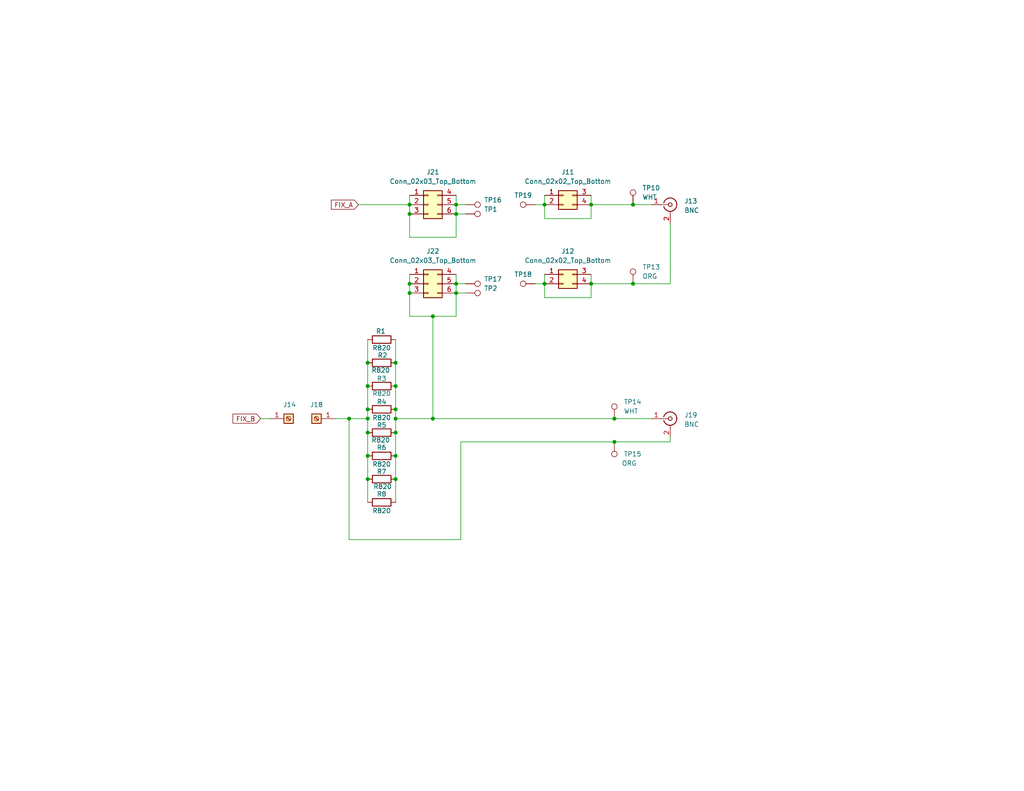
<source format=kicad_sch>
(kicad_sch
	(version 20250114)
	(generator "eeschema")
	(generator_version "9.0")
	(uuid "535825e8-d294-4a57-84f1-2719c0fe4ea5")
	(paper "USLetter")
	(title_block
		(title "Triple Pulse Core Tester")
		(date "2025-01-31")
		(rev "0")
	)
	(lib_symbols
		(symbol "Connector:Conn_Coaxial"
			(pin_names
				(offset 1.016)
				(hide yes)
			)
			(exclude_from_sim no)
			(in_bom yes)
			(on_board yes)
			(property "Reference" "J"
				(at 0.254 3.048 0)
				(effects
					(font
						(size 1.27 1.27)
					)
				)
			)
			(property "Value" "Conn_Coaxial"
				(at 2.921 0 90)
				(effects
					(font
						(size 1.27 1.27)
					)
				)
			)
			(property "Footprint" ""
				(at 0 0 0)
				(effects
					(font
						(size 1.27 1.27)
					)
					(hide yes)
				)
			)
			(property "Datasheet" "~"
				(at 0 0 0)
				(effects
					(font
						(size 1.27 1.27)
					)
					(hide yes)
				)
			)
			(property "Description" "coaxial connector (BNC, SMA, SMB, SMC, Cinch/RCA, LEMO, ...)"
				(at 0 0 0)
				(effects
					(font
						(size 1.27 1.27)
					)
					(hide yes)
				)
			)
			(property "ki_keywords" "BNC SMA SMB SMC LEMO coaxial connector CINCH RCA MCX MMCX U.FL UMRF"
				(at 0 0 0)
				(effects
					(font
						(size 1.27 1.27)
					)
					(hide yes)
				)
			)
			(property "ki_fp_filters" "*BNC* *SMA* *SMB* *SMC* *Cinch* *LEMO* *UMRF* *MCX* *U.FL*"
				(at 0 0 0)
				(effects
					(font
						(size 1.27 1.27)
					)
					(hide yes)
				)
			)
			(symbol "Conn_Coaxial_0_1"
				(polyline
					(pts
						(xy -2.54 0) (xy -0.508 0)
					)
					(stroke
						(width 0)
						(type default)
					)
					(fill
						(type none)
					)
				)
				(arc
					(start 1.778 0)
					(mid 0.222 -1.8079)
					(end -1.778 -0.508)
					(stroke
						(width 0.254)
						(type default)
					)
					(fill
						(type none)
					)
				)
				(arc
					(start -1.778 0.508)
					(mid 0.2221 1.8084)
					(end 1.778 0)
					(stroke
						(width 0.254)
						(type default)
					)
					(fill
						(type none)
					)
				)
				(circle
					(center 0 0)
					(radius 0.508)
					(stroke
						(width 0.2032)
						(type default)
					)
					(fill
						(type none)
					)
				)
				(polyline
					(pts
						(xy 0 -2.54) (xy 0 -1.778)
					)
					(stroke
						(width 0)
						(type default)
					)
					(fill
						(type none)
					)
				)
			)
			(symbol "Conn_Coaxial_1_1"
				(pin passive line
					(at -5.08 0 0)
					(length 2.54)
					(name "In"
						(effects
							(font
								(size 1.27 1.27)
							)
						)
					)
					(number "1"
						(effects
							(font
								(size 1.27 1.27)
							)
						)
					)
				)
				(pin passive line
					(at 0 -5.08 90)
					(length 2.54)
					(name "Ext"
						(effects
							(font
								(size 1.27 1.27)
							)
						)
					)
					(number "2"
						(effects
							(font
								(size 1.27 1.27)
							)
						)
					)
				)
			)
			(embedded_fonts no)
		)
		(symbol "Connector:Screw_Terminal_01x01"
			(pin_names
				(offset 1.016)
				(hide yes)
			)
			(exclude_from_sim no)
			(in_bom yes)
			(on_board yes)
			(property "Reference" "J"
				(at 0 2.54 0)
				(effects
					(font
						(size 1.27 1.27)
					)
				)
			)
			(property "Value" "Screw_Terminal_01x01"
				(at 0 -2.54 0)
				(effects
					(font
						(size 1.27 1.27)
					)
				)
			)
			(property "Footprint" ""
				(at 0 0 0)
				(effects
					(font
						(size 1.27 1.27)
					)
					(hide yes)
				)
			)
			(property "Datasheet" "~"
				(at 0 0 0)
				(effects
					(font
						(size 1.27 1.27)
					)
					(hide yes)
				)
			)
			(property "Description" "Generic screw terminal, single row, 01x01, script generated (kicad-library-utils/schlib/autogen/connector/)"
				(at 0 0 0)
				(effects
					(font
						(size 1.27 1.27)
					)
					(hide yes)
				)
			)
			(property "ki_keywords" "screw terminal"
				(at 0 0 0)
				(effects
					(font
						(size 1.27 1.27)
					)
					(hide yes)
				)
			)
			(property "ki_fp_filters" "TerminalBlock*:*"
				(at 0 0 0)
				(effects
					(font
						(size 1.27 1.27)
					)
					(hide yes)
				)
			)
			(symbol "Screw_Terminal_01x01_1_1"
				(rectangle
					(start -1.27 1.27)
					(end 1.27 -1.27)
					(stroke
						(width 0.254)
						(type default)
					)
					(fill
						(type background)
					)
				)
				(polyline
					(pts
						(xy -0.5334 0.3302) (xy 0.3302 -0.508)
					)
					(stroke
						(width 0.1524)
						(type default)
					)
					(fill
						(type none)
					)
				)
				(polyline
					(pts
						(xy -0.3556 0.508) (xy 0.508 -0.3302)
					)
					(stroke
						(width 0.1524)
						(type default)
					)
					(fill
						(type none)
					)
				)
				(circle
					(center 0 0)
					(radius 0.635)
					(stroke
						(width 0.1524)
						(type default)
					)
					(fill
						(type none)
					)
				)
				(pin passive line
					(at -5.08 0 0)
					(length 3.81)
					(name "Pin_1"
						(effects
							(font
								(size 1.27 1.27)
							)
						)
					)
					(number "1"
						(effects
							(font
								(size 1.27 1.27)
							)
						)
					)
				)
			)
			(embedded_fonts no)
		)
		(symbol "Connector:TestPoint"
			(pin_numbers
				(hide yes)
			)
			(pin_names
				(offset 0.762)
				(hide yes)
			)
			(exclude_from_sim no)
			(in_bom yes)
			(on_board yes)
			(property "Reference" "TP"
				(at 0 6.858 0)
				(effects
					(font
						(size 1.27 1.27)
					)
				)
			)
			(property "Value" "TestPoint"
				(at 0 5.08 0)
				(effects
					(font
						(size 1.27 1.27)
					)
				)
			)
			(property "Footprint" ""
				(at 5.08 0 0)
				(effects
					(font
						(size 1.27 1.27)
					)
					(hide yes)
				)
			)
			(property "Datasheet" "~"
				(at 5.08 0 0)
				(effects
					(font
						(size 1.27 1.27)
					)
					(hide yes)
				)
			)
			(property "Description" "test point"
				(at 0 0 0)
				(effects
					(font
						(size 1.27 1.27)
					)
					(hide yes)
				)
			)
			(property "ki_keywords" "test point tp"
				(at 0 0 0)
				(effects
					(font
						(size 1.27 1.27)
					)
					(hide yes)
				)
			)
			(property "ki_fp_filters" "Pin* Test*"
				(at 0 0 0)
				(effects
					(font
						(size 1.27 1.27)
					)
					(hide yes)
				)
			)
			(symbol "TestPoint_0_1"
				(circle
					(center 0 3.302)
					(radius 0.762)
					(stroke
						(width 0)
						(type default)
					)
					(fill
						(type none)
					)
				)
			)
			(symbol "TestPoint_1_1"
				(pin passive line
					(at 0 0 90)
					(length 2.54)
					(name "1"
						(effects
							(font
								(size 1.27 1.27)
							)
						)
					)
					(number "1"
						(effects
							(font
								(size 1.27 1.27)
							)
						)
					)
				)
			)
			(embedded_fonts no)
		)
		(symbol "Connector_Generic:Conn_02x02_Top_Bottom"
			(pin_names
				(offset 1.016)
				(hide yes)
			)
			(exclude_from_sim no)
			(in_bom yes)
			(on_board yes)
			(property "Reference" "J"
				(at 1.27 2.54 0)
				(effects
					(font
						(size 1.27 1.27)
					)
				)
			)
			(property "Value" "Conn_02x02_Top_Bottom"
				(at 1.27 -5.08 0)
				(effects
					(font
						(size 1.27 1.27)
					)
				)
			)
			(property "Footprint" ""
				(at 0 0 0)
				(effects
					(font
						(size 1.27 1.27)
					)
					(hide yes)
				)
			)
			(property "Datasheet" "~"
				(at 0 0 0)
				(effects
					(font
						(size 1.27 1.27)
					)
					(hide yes)
				)
			)
			(property "Description" "Generic connector, double row, 02x02, top/bottom pin numbering scheme (row 1: 1...pins_per_row, row2: pins_per_row+1 ... num_pins), script generated (kicad-library-utils/schlib/autogen/connector/)"
				(at 0 0 0)
				(effects
					(font
						(size 1.27 1.27)
					)
					(hide yes)
				)
			)
			(property "ki_keywords" "connector"
				(at 0 0 0)
				(effects
					(font
						(size 1.27 1.27)
					)
					(hide yes)
				)
			)
			(property "ki_fp_filters" "Connector*:*_2x??_*"
				(at 0 0 0)
				(effects
					(font
						(size 1.27 1.27)
					)
					(hide yes)
				)
			)
			(symbol "Conn_02x02_Top_Bottom_1_1"
				(rectangle
					(start -1.27 1.27)
					(end 3.81 -3.81)
					(stroke
						(width 0.254)
						(type default)
					)
					(fill
						(type background)
					)
				)
				(rectangle
					(start -1.27 0.127)
					(end 0 -0.127)
					(stroke
						(width 0.1524)
						(type default)
					)
					(fill
						(type none)
					)
				)
				(rectangle
					(start -1.27 -2.413)
					(end 0 -2.667)
					(stroke
						(width 0.1524)
						(type default)
					)
					(fill
						(type none)
					)
				)
				(rectangle
					(start 3.81 0.127)
					(end 2.54 -0.127)
					(stroke
						(width 0.1524)
						(type default)
					)
					(fill
						(type none)
					)
				)
				(rectangle
					(start 3.81 -2.413)
					(end 2.54 -2.667)
					(stroke
						(width 0.1524)
						(type default)
					)
					(fill
						(type none)
					)
				)
				(pin passive line
					(at -5.08 0 0)
					(length 3.81)
					(name "Pin_1"
						(effects
							(font
								(size 1.27 1.27)
							)
						)
					)
					(number "1"
						(effects
							(font
								(size 1.27 1.27)
							)
						)
					)
				)
				(pin passive line
					(at -5.08 -2.54 0)
					(length 3.81)
					(name "Pin_2"
						(effects
							(font
								(size 1.27 1.27)
							)
						)
					)
					(number "2"
						(effects
							(font
								(size 1.27 1.27)
							)
						)
					)
				)
				(pin passive line
					(at 7.62 0 180)
					(length 3.81)
					(name "Pin_3"
						(effects
							(font
								(size 1.27 1.27)
							)
						)
					)
					(number "3"
						(effects
							(font
								(size 1.27 1.27)
							)
						)
					)
				)
				(pin passive line
					(at 7.62 -2.54 180)
					(length 3.81)
					(name "Pin_4"
						(effects
							(font
								(size 1.27 1.27)
							)
						)
					)
					(number "4"
						(effects
							(font
								(size 1.27 1.27)
							)
						)
					)
				)
			)
			(embedded_fonts no)
		)
		(symbol "Connector_Generic:Conn_02x03_Top_Bottom"
			(pin_names
				(offset 1.016)
				(hide yes)
			)
			(exclude_from_sim no)
			(in_bom yes)
			(on_board yes)
			(property "Reference" "J"
				(at 1.27 5.08 0)
				(effects
					(font
						(size 1.27 1.27)
					)
				)
			)
			(property "Value" "Conn_02x03_Top_Bottom"
				(at 1.27 -5.08 0)
				(effects
					(font
						(size 1.27 1.27)
					)
				)
			)
			(property "Footprint" ""
				(at 0 0 0)
				(effects
					(font
						(size 1.27 1.27)
					)
					(hide yes)
				)
			)
			(property "Datasheet" "~"
				(at 0 0 0)
				(effects
					(font
						(size 1.27 1.27)
					)
					(hide yes)
				)
			)
			(property "Description" "Generic connector, double row, 02x03, top/bottom pin numbering scheme (row 1: 1...pins_per_row, row2: pins_per_row+1 ... num_pins), script generated (kicad-library-utils/schlib/autogen/connector/)"
				(at 0 0 0)
				(effects
					(font
						(size 1.27 1.27)
					)
					(hide yes)
				)
			)
			(property "ki_keywords" "connector"
				(at 0 0 0)
				(effects
					(font
						(size 1.27 1.27)
					)
					(hide yes)
				)
			)
			(property "ki_fp_filters" "Connector*:*_2x??_*"
				(at 0 0 0)
				(effects
					(font
						(size 1.27 1.27)
					)
					(hide yes)
				)
			)
			(symbol "Conn_02x03_Top_Bottom_1_1"
				(rectangle
					(start -1.27 3.81)
					(end 3.81 -3.81)
					(stroke
						(width 0.254)
						(type default)
					)
					(fill
						(type background)
					)
				)
				(rectangle
					(start -1.27 2.667)
					(end 0 2.413)
					(stroke
						(width 0.1524)
						(type default)
					)
					(fill
						(type none)
					)
				)
				(rectangle
					(start -1.27 0.127)
					(end 0 -0.127)
					(stroke
						(width 0.1524)
						(type default)
					)
					(fill
						(type none)
					)
				)
				(rectangle
					(start -1.27 -2.413)
					(end 0 -2.667)
					(stroke
						(width 0.1524)
						(type default)
					)
					(fill
						(type none)
					)
				)
				(rectangle
					(start 3.81 2.667)
					(end 2.54 2.413)
					(stroke
						(width 0.1524)
						(type default)
					)
					(fill
						(type none)
					)
				)
				(rectangle
					(start 3.81 0.127)
					(end 2.54 -0.127)
					(stroke
						(width 0.1524)
						(type default)
					)
					(fill
						(type none)
					)
				)
				(rectangle
					(start 3.81 -2.413)
					(end 2.54 -2.667)
					(stroke
						(width 0.1524)
						(type default)
					)
					(fill
						(type none)
					)
				)
				(pin passive line
					(at -5.08 2.54 0)
					(length 3.81)
					(name "Pin_1"
						(effects
							(font
								(size 1.27 1.27)
							)
						)
					)
					(number "1"
						(effects
							(font
								(size 1.27 1.27)
							)
						)
					)
				)
				(pin passive line
					(at -5.08 0 0)
					(length 3.81)
					(name "Pin_2"
						(effects
							(font
								(size 1.27 1.27)
							)
						)
					)
					(number "2"
						(effects
							(font
								(size 1.27 1.27)
							)
						)
					)
				)
				(pin passive line
					(at -5.08 -2.54 0)
					(length 3.81)
					(name "Pin_3"
						(effects
							(font
								(size 1.27 1.27)
							)
						)
					)
					(number "3"
						(effects
							(font
								(size 1.27 1.27)
							)
						)
					)
				)
				(pin passive line
					(at 7.62 2.54 180)
					(length 3.81)
					(name "Pin_4"
						(effects
							(font
								(size 1.27 1.27)
							)
						)
					)
					(number "4"
						(effects
							(font
								(size 1.27 1.27)
							)
						)
					)
				)
				(pin passive line
					(at 7.62 0 180)
					(length 3.81)
					(name "Pin_5"
						(effects
							(font
								(size 1.27 1.27)
							)
						)
					)
					(number "5"
						(effects
							(font
								(size 1.27 1.27)
							)
						)
					)
				)
				(pin passive line
					(at 7.62 -2.54 180)
					(length 3.81)
					(name "Pin_6"
						(effects
							(font
								(size 1.27 1.27)
							)
						)
					)
					(number "6"
						(effects
							(font
								(size 1.27 1.27)
							)
						)
					)
				)
			)
			(embedded_fonts no)
		)
		(symbol "Device:R"
			(pin_numbers
				(hide yes)
			)
			(pin_names
				(offset 0)
			)
			(exclude_from_sim no)
			(in_bom yes)
			(on_board yes)
			(property "Reference" "R"
				(at 2.032 0 90)
				(effects
					(font
						(size 1.27 1.27)
					)
				)
			)
			(property "Value" "R"
				(at 0 0 90)
				(effects
					(font
						(size 1.27 1.27)
					)
				)
			)
			(property "Footprint" ""
				(at -1.778 0 90)
				(effects
					(font
						(size 1.27 1.27)
					)
					(hide yes)
				)
			)
			(property "Datasheet" "~"
				(at 0 0 0)
				(effects
					(font
						(size 1.27 1.27)
					)
					(hide yes)
				)
			)
			(property "Description" "Resistor"
				(at 0 0 0)
				(effects
					(font
						(size 1.27 1.27)
					)
					(hide yes)
				)
			)
			(property "ki_keywords" "R res resistor"
				(at 0 0 0)
				(effects
					(font
						(size 1.27 1.27)
					)
					(hide yes)
				)
			)
			(property "ki_fp_filters" "R_*"
				(at 0 0 0)
				(effects
					(font
						(size 1.27 1.27)
					)
					(hide yes)
				)
			)
			(symbol "R_0_1"
				(rectangle
					(start -1.016 -2.54)
					(end 1.016 2.54)
					(stroke
						(width 0.254)
						(type default)
					)
					(fill
						(type none)
					)
				)
			)
			(symbol "R_1_1"
				(pin passive line
					(at 0 3.81 270)
					(length 1.27)
					(name "~"
						(effects
							(font
								(size 1.27 1.27)
							)
						)
					)
					(number "1"
						(effects
							(font
								(size 1.27 1.27)
							)
						)
					)
				)
				(pin passive line
					(at 0 -3.81 90)
					(length 1.27)
					(name "~"
						(effects
							(font
								(size 1.27 1.27)
							)
						)
					)
					(number "2"
						(effects
							(font
								(size 1.27 1.27)
							)
						)
					)
				)
			)
			(embedded_fonts no)
		)
	)
	(junction
		(at 124.46 80.01)
		(diameter 0)
		(color 0 0 0 0)
		(uuid "066d4aba-ed15-47c8-b026-00bc27c4b69c")
	)
	(junction
		(at 167.64 120.65)
		(diameter 0)
		(color 0 0 0 0)
		(uuid "0f1aa64c-4cf1-4df8-8e8d-07e26b26a1ca")
	)
	(junction
		(at 107.95 124.46)
		(diameter 0)
		(color 0 0 0 0)
		(uuid "1160b68b-c144-436e-bfe3-bb0ef5894da4")
	)
	(junction
		(at 95.25 114.3)
		(diameter 0)
		(color 0 0 0 0)
		(uuid "168fc296-b70f-4e3e-94b3-787c566873a7")
	)
	(junction
		(at 161.29 55.88)
		(diameter 0)
		(color 0 0 0 0)
		(uuid "1c34c41b-5609-4c6f-9457-122f6c0ad670")
	)
	(junction
		(at 118.11 114.3)
		(diameter 0)
		(color 0 0 0 0)
		(uuid "2978635b-49e5-43b7-94c6-16dd05e8ed58")
	)
	(junction
		(at 111.76 80.01)
		(diameter 0)
		(color 0 0 0 0)
		(uuid "2e3e6cf0-eb2d-4584-9782-21191c25437c")
	)
	(junction
		(at 100.33 111.76)
		(diameter 0)
		(color 0 0 0 0)
		(uuid "3e87196c-b9e1-45bb-bd02-62ff6d4006b7")
	)
	(junction
		(at 100.33 99.06)
		(diameter 0)
		(color 0 0 0 0)
		(uuid "4474970e-f526-4faf-9e0d-aff872133f30")
	)
	(junction
		(at 124.46 58.42)
		(diameter 0)
		(color 0 0 0 0)
		(uuid "54788436-4dd1-4dfc-8705-f372e0840269")
	)
	(junction
		(at 148.59 77.47)
		(diameter 0)
		(color 0 0 0 0)
		(uuid "62795a3f-ab55-4bef-8ba6-53d9d982baa6")
	)
	(junction
		(at 107.95 99.06)
		(diameter 0)
		(color 0 0 0 0)
		(uuid "6a7ece20-879e-4585-805b-74e09f35464d")
	)
	(junction
		(at 148.59 55.88)
		(diameter 0)
		(color 0 0 0 0)
		(uuid "6b74f9d4-695e-4c6b-96d6-a7f1039b4fd7")
	)
	(junction
		(at 107.95 105.41)
		(diameter 0)
		(color 0 0 0 0)
		(uuid "6fa007b1-aeaf-4d22-8788-5117d7180df5")
	)
	(junction
		(at 111.76 55.88)
		(diameter 0)
		(color 0 0 0 0)
		(uuid "71317b9d-307b-47b6-848e-f4a42309addc")
	)
	(junction
		(at 107.95 130.81)
		(diameter 0)
		(color 0 0 0 0)
		(uuid "7aed2c85-2230-456c-90bd-0d1151a5738d")
	)
	(junction
		(at 161.29 77.47)
		(diameter 0)
		(color 0 0 0 0)
		(uuid "82596605-8bdc-48b0-b7cc-6cced90d3392")
	)
	(junction
		(at 111.76 58.42)
		(diameter 0)
		(color 0 0 0 0)
		(uuid "87f4f33c-66b9-49ef-865a-60b18b0024cf")
	)
	(junction
		(at 100.33 114.3)
		(diameter 0)
		(color 0 0 0 0)
		(uuid "8bfe6f5c-5cbf-4aa6-8680-bc0f98368519")
	)
	(junction
		(at 107.95 114.3)
		(diameter 0)
		(color 0 0 0 0)
		(uuid "982ec0de-4e9b-44c9-9558-d3ef2f544294")
	)
	(junction
		(at 172.72 55.88)
		(diameter 0)
		(color 0 0 0 0)
		(uuid "9c3eb6fd-f01c-4946-835d-608ec6425669")
	)
	(junction
		(at 111.76 77.47)
		(diameter 0)
		(color 0 0 0 0)
		(uuid "a8c7e832-d50a-4835-896d-4f4c5ad93aab")
	)
	(junction
		(at 167.64 114.3)
		(diameter 0)
		(color 0 0 0 0)
		(uuid "a9c24f1e-ccb6-4602-8de7-c33a8eb3d436")
	)
	(junction
		(at 107.95 118.11)
		(diameter 0)
		(color 0 0 0 0)
		(uuid "aa04bbf9-7021-4fab-af89-2c55004f7027")
	)
	(junction
		(at 100.33 130.81)
		(diameter 0)
		(color 0 0 0 0)
		(uuid "ae1197c4-9ff1-4b9a-8a74-db91d9f38f17")
	)
	(junction
		(at 100.33 118.11)
		(diameter 0)
		(color 0 0 0 0)
		(uuid "b4353928-ab54-4f2d-a44d-8d730947cb5f")
	)
	(junction
		(at 172.72 77.47)
		(diameter 0)
		(color 0 0 0 0)
		(uuid "bc8f0df8-32e7-465a-90a5-0c966b98da14")
	)
	(junction
		(at 100.33 124.46)
		(diameter 0)
		(color 0 0 0 0)
		(uuid "c1d0f018-e9fc-4c52-997d-16e7a5fe9c55")
	)
	(junction
		(at 124.46 77.47)
		(diameter 0)
		(color 0 0 0 0)
		(uuid "cf41c508-acf8-468a-b1a6-15bd58d834f0")
	)
	(junction
		(at 107.95 111.76)
		(diameter 0)
		(color 0 0 0 0)
		(uuid "da9ce00a-c02a-48df-9ed4-26341a850f5f")
	)
	(junction
		(at 100.33 105.41)
		(diameter 0)
		(color 0 0 0 0)
		(uuid "e4223bbb-b54d-4a7e-9cc8-ebd60575a69d")
	)
	(junction
		(at 118.11 86.36)
		(diameter 0)
		(color 0 0 0 0)
		(uuid "eb3ba20b-192a-458e-aefa-f800b3b7afab")
	)
	(junction
		(at 124.46 55.88)
		(diameter 0)
		(color 0 0 0 0)
		(uuid "f2388717-c8ca-418c-a96a-e75cdbb553e7")
	)
	(wire
		(pts
			(xy 182.88 120.65) (xy 182.88 119.38)
		)
		(stroke
			(width 0)
			(type default)
		)
		(uuid "03854c4b-aaa1-4767-951d-b551d348f16e")
	)
	(wire
		(pts
			(xy 124.46 55.88) (xy 124.46 58.42)
		)
		(stroke
			(width 0)
			(type default)
		)
		(uuid "03e1d637-c16c-41dc-8721-b739fd6f83c7")
	)
	(wire
		(pts
			(xy 124.46 53.34) (xy 124.46 55.88)
		)
		(stroke
			(width 0)
			(type default)
		)
		(uuid "044e60a0-1ea6-41e4-bde3-0ee823fe70cc")
	)
	(wire
		(pts
			(xy 124.46 77.47) (xy 127 77.47)
		)
		(stroke
			(width 0)
			(type default)
		)
		(uuid "06a803a0-7913-45dc-8b8c-403a9a7d9645")
	)
	(wire
		(pts
			(xy 124.46 58.42) (xy 124.46 64.77)
		)
		(stroke
			(width 0)
			(type default)
		)
		(uuid "0ab1d7e6-0544-47b3-ae19-97cb6b5ab2d7")
	)
	(wire
		(pts
			(xy 118.11 114.3) (xy 167.64 114.3)
		)
		(stroke
			(width 0)
			(type default)
		)
		(uuid "0de469a7-85c0-4025-a423-bd18b5861833")
	)
	(wire
		(pts
			(xy 148.59 74.93) (xy 148.59 77.47)
		)
		(stroke
			(width 0)
			(type default)
		)
		(uuid "122a5f8b-af70-4722-b2e6-2162be2f3977")
	)
	(wire
		(pts
			(xy 148.59 59.69) (xy 161.29 59.69)
		)
		(stroke
			(width 0)
			(type default)
		)
		(uuid "1391d004-41ac-40ef-9f0d-08fac46b869d")
	)
	(wire
		(pts
			(xy 111.76 53.34) (xy 111.76 55.88)
		)
		(stroke
			(width 0)
			(type default)
		)
		(uuid "18979810-e6de-4cff-a836-c12810326c48")
	)
	(wire
		(pts
			(xy 100.33 92.71) (xy 100.33 99.06)
		)
		(stroke
			(width 0)
			(type default)
		)
		(uuid "1a00b937-0554-4c20-8a82-44a80d2a54cc")
	)
	(wire
		(pts
			(xy 124.46 58.42) (xy 127 58.42)
		)
		(stroke
			(width 0)
			(type default)
		)
		(uuid "20eed309-e105-476f-b8dd-2f1921fa16c1")
	)
	(wire
		(pts
			(xy 161.29 55.88) (xy 161.29 59.69)
		)
		(stroke
			(width 0)
			(type default)
		)
		(uuid "27f59854-90cc-4bef-9b01-ddae7049e3de")
	)
	(wire
		(pts
			(xy 172.72 77.47) (xy 182.88 77.47)
		)
		(stroke
			(width 0)
			(type default)
		)
		(uuid "2db190cd-5977-4dd8-87ba-610f1b65fe6c")
	)
	(wire
		(pts
			(xy 107.95 111.76) (xy 107.95 114.3)
		)
		(stroke
			(width 0)
			(type default)
		)
		(uuid "2f1318d9-199a-49df-a732-707ef2b70352")
	)
	(wire
		(pts
			(xy 111.76 55.88) (xy 111.76 58.42)
		)
		(stroke
			(width 0)
			(type default)
		)
		(uuid "353582d1-32de-4cad-88d5-1a04873ad24a")
	)
	(wire
		(pts
			(xy 71.12 114.3) (xy 73.66 114.3)
		)
		(stroke
			(width 0)
			(type default)
		)
		(uuid "354c3103-f3cd-4a71-97e9-43241cd8d9f5")
	)
	(wire
		(pts
			(xy 148.59 55.88) (xy 148.59 59.69)
		)
		(stroke
			(width 0)
			(type default)
		)
		(uuid "39b44bdb-9fe9-47f5-8d8d-6b691d99659e")
	)
	(wire
		(pts
			(xy 124.46 74.93) (xy 124.46 77.47)
		)
		(stroke
			(width 0)
			(type default)
		)
		(uuid "40509388-c0dc-4c88-b218-c138e53b69bb")
	)
	(wire
		(pts
			(xy 107.95 130.81) (xy 107.95 137.16)
		)
		(stroke
			(width 0)
			(type default)
		)
		(uuid "451424b6-6ddb-42bf-9f53-b0dc4f3f3591")
	)
	(wire
		(pts
			(xy 111.76 74.93) (xy 111.76 77.47)
		)
		(stroke
			(width 0)
			(type default)
		)
		(uuid "5114ae90-fbd3-49bf-be3d-e5ca3f47b444")
	)
	(wire
		(pts
			(xy 107.95 114.3) (xy 107.95 118.11)
		)
		(stroke
			(width 0)
			(type default)
		)
		(uuid "5b59772e-3b0b-41cb-ac12-37f0e001f962")
	)
	(wire
		(pts
			(xy 118.11 86.36) (xy 118.11 114.3)
		)
		(stroke
			(width 0)
			(type default)
		)
		(uuid "61d39c11-18b4-48b7-a36f-aedd8fdc7d48")
	)
	(wire
		(pts
			(xy 161.29 77.47) (xy 172.72 77.47)
		)
		(stroke
			(width 0)
			(type default)
		)
		(uuid "6ea140c1-39bd-42ba-aca5-0c4a6c0afec0")
	)
	(wire
		(pts
			(xy 182.88 60.96) (xy 182.88 77.47)
		)
		(stroke
			(width 0)
			(type default)
		)
		(uuid "70a31a58-3a33-436f-b032-4b4080da597d")
	)
	(wire
		(pts
			(xy 95.25 114.3) (xy 100.33 114.3)
		)
		(stroke
			(width 0)
			(type default)
		)
		(uuid "7351a49b-fb9c-4691-b218-608a7d62c7f4")
	)
	(wire
		(pts
			(xy 107.95 124.46) (xy 107.95 130.81)
		)
		(stroke
			(width 0)
			(type default)
		)
		(uuid "758535d8-0dce-41b8-8ea3-6ec544a2094f")
	)
	(wire
		(pts
			(xy 100.33 99.06) (xy 100.33 105.41)
		)
		(stroke
			(width 0)
			(type default)
		)
		(uuid "76c8a699-eff2-4e61-a03b-1acbb5fa2862")
	)
	(wire
		(pts
			(xy 172.72 55.88) (xy 177.8 55.88)
		)
		(stroke
			(width 0)
			(type default)
		)
		(uuid "7c0a9cc0-76b1-4072-843a-9dc80be00049")
	)
	(wire
		(pts
			(xy 100.33 118.11) (xy 100.33 124.46)
		)
		(stroke
			(width 0)
			(type default)
		)
		(uuid "801b78a7-ad7f-420e-856d-9a5c8d02bb42")
	)
	(wire
		(pts
			(xy 111.76 80.01) (xy 111.76 86.36)
		)
		(stroke
			(width 0)
			(type default)
		)
		(uuid "83be34b1-dd82-4bfc-9f8c-9ced02954e87")
	)
	(wire
		(pts
			(xy 161.29 77.47) (xy 161.29 81.28)
		)
		(stroke
			(width 0)
			(type default)
		)
		(uuid "8410b81f-7d36-4192-9b8e-bfb11b6de329")
	)
	(wire
		(pts
			(xy 107.95 92.71) (xy 107.95 99.06)
		)
		(stroke
			(width 0)
			(type default)
		)
		(uuid "862399f9-a48b-412e-93d2-3bdad257a6b1")
	)
	(wire
		(pts
			(xy 111.76 86.36) (xy 118.11 86.36)
		)
		(stroke
			(width 0)
			(type default)
		)
		(uuid "891266c4-0397-49a3-b5ca-3606a69c4937")
	)
	(wire
		(pts
			(xy 107.95 99.06) (xy 107.95 105.41)
		)
		(stroke
			(width 0)
			(type default)
		)
		(uuid "8baf1ad3-229f-468b-a6e6-e00907f3bc99")
	)
	(wire
		(pts
			(xy 95.25 147.32) (xy 125.73 147.32)
		)
		(stroke
			(width 0)
			(type default)
		)
		(uuid "8ecd0847-d4a5-45aa-ae1f-d36daf8a451d")
	)
	(wire
		(pts
			(xy 111.76 58.42) (xy 111.76 64.77)
		)
		(stroke
			(width 0)
			(type default)
		)
		(uuid "91dba82f-22ec-4659-9a86-5ab727c9bb6e")
	)
	(wire
		(pts
			(xy 167.64 120.65) (xy 182.88 120.65)
		)
		(stroke
			(width 0)
			(type default)
		)
		(uuid "95653503-982d-43f9-9808-c76ee0924a86")
	)
	(wire
		(pts
			(xy 111.76 77.47) (xy 111.76 80.01)
		)
		(stroke
			(width 0)
			(type default)
		)
		(uuid "9aa19518-6b3a-4176-aad6-80b1a552b8ef")
	)
	(wire
		(pts
			(xy 100.33 130.81) (xy 100.33 137.16)
		)
		(stroke
			(width 0)
			(type default)
		)
		(uuid "a6aaf843-49eb-427b-aeae-4edc7e228569")
	)
	(wire
		(pts
			(xy 107.95 105.41) (xy 107.95 111.76)
		)
		(stroke
			(width 0)
			(type default)
		)
		(uuid "a72d9b0c-fba9-40cf-812a-0b7a86c5faed")
	)
	(wire
		(pts
			(xy 125.73 147.32) (xy 125.73 120.65)
		)
		(stroke
			(width 0)
			(type default)
		)
		(uuid "ada70cb2-b46b-402c-b30e-71a828e9f96c")
	)
	(wire
		(pts
			(xy 100.33 105.41) (xy 100.33 111.76)
		)
		(stroke
			(width 0)
			(type default)
		)
		(uuid "adec7dec-3e8a-43c2-bec6-837274f04c07")
	)
	(wire
		(pts
			(xy 148.59 77.47) (xy 148.59 81.28)
		)
		(stroke
			(width 0)
			(type default)
		)
		(uuid "aff40ade-80dd-4a51-81b1-07460892df48")
	)
	(wire
		(pts
			(xy 97.79 55.88) (xy 111.76 55.88)
		)
		(stroke
			(width 0)
			(type default)
		)
		(uuid "b038399c-837d-4726-9ab2-93c47696c36e")
	)
	(wire
		(pts
			(xy 124.46 80.01) (xy 124.46 86.36)
		)
		(stroke
			(width 0)
			(type default)
		)
		(uuid "b5bfa658-809b-4426-81f3-a79c44fea822")
	)
	(wire
		(pts
			(xy 148.59 81.28) (xy 161.29 81.28)
		)
		(stroke
			(width 0)
			(type default)
		)
		(uuid "b6210fce-170f-4a99-a1a7-84756e5b07a6")
	)
	(wire
		(pts
			(xy 107.95 114.3) (xy 118.11 114.3)
		)
		(stroke
			(width 0)
			(type default)
		)
		(uuid "ba34d52d-2cbd-4468-90e3-2e16a64d2438")
	)
	(wire
		(pts
			(xy 161.29 55.88) (xy 172.72 55.88)
		)
		(stroke
			(width 0)
			(type default)
		)
		(uuid "be30a6ce-1761-488a-b8a4-01cb22780e0f")
	)
	(wire
		(pts
			(xy 124.46 77.47) (xy 124.46 80.01)
		)
		(stroke
			(width 0)
			(type default)
		)
		(uuid "bf5dbd25-e567-48a2-9b39-6f55bcffebb5")
	)
	(wire
		(pts
			(xy 118.11 86.36) (xy 124.46 86.36)
		)
		(stroke
			(width 0)
			(type default)
		)
		(uuid "c28a4e93-3c8e-420b-b898-ca18dbd44a2b")
	)
	(wire
		(pts
			(xy 100.33 111.76) (xy 100.33 114.3)
		)
		(stroke
			(width 0)
			(type default)
		)
		(uuid "c88c1edc-74bb-495f-8ba0-51ac03597ff8")
	)
	(wire
		(pts
			(xy 167.64 114.3) (xy 177.8 114.3)
		)
		(stroke
			(width 0)
			(type default)
		)
		(uuid "ca55af70-35ec-4f9e-8932-0768761f9625")
	)
	(wire
		(pts
			(xy 146.05 55.88) (xy 148.59 55.88)
		)
		(stroke
			(width 0)
			(type default)
		)
		(uuid "cd075d8a-6ae5-4c6a-a3d4-23db89af3891")
	)
	(wire
		(pts
			(xy 161.29 74.93) (xy 161.29 77.47)
		)
		(stroke
			(width 0)
			(type default)
		)
		(uuid "ceaedc61-cc65-4b95-a4fa-6e73533c6336")
	)
	(wire
		(pts
			(xy 91.44 114.3) (xy 95.25 114.3)
		)
		(stroke
			(width 0)
			(type default)
		)
		(uuid "d90395e9-e061-4f39-a6f9-204341a767e4")
	)
	(wire
		(pts
			(xy 100.33 124.46) (xy 100.33 130.81)
		)
		(stroke
			(width 0)
			(type default)
		)
		(uuid "dbc12ffd-c46c-489a-a804-35b2b04d8798")
	)
	(wire
		(pts
			(xy 124.46 55.88) (xy 127 55.88)
		)
		(stroke
			(width 0)
			(type default)
		)
		(uuid "e2f64ef4-c90e-4b34-97ba-6d3911ae0c30")
	)
	(wire
		(pts
			(xy 148.59 53.34) (xy 148.59 55.88)
		)
		(stroke
			(width 0)
			(type default)
		)
		(uuid "e50ebb67-aca6-44b6-9e9c-5e4fb803d46f")
	)
	(wire
		(pts
			(xy 146.05 77.47) (xy 148.59 77.47)
		)
		(stroke
			(width 0)
			(type default)
		)
		(uuid "e564f232-f309-401f-861b-d40789315fd6")
	)
	(wire
		(pts
			(xy 161.29 53.34) (xy 161.29 55.88)
		)
		(stroke
			(width 0)
			(type default)
		)
		(uuid "e66f7fe3-a057-476c-85e9-c28e5cd000cf")
	)
	(wire
		(pts
			(xy 124.46 80.01) (xy 127 80.01)
		)
		(stroke
			(width 0)
			(type default)
		)
		(uuid "eddf23e4-5fec-4e20-96f4-d11bd573b5c1")
	)
	(wire
		(pts
			(xy 124.46 64.77) (xy 111.76 64.77)
		)
		(stroke
			(width 0)
			(type default)
		)
		(uuid "f51529b5-87cb-4b9b-87c3-cdce14702228")
	)
	(wire
		(pts
			(xy 100.33 114.3) (xy 100.33 118.11)
		)
		(stroke
			(width 0)
			(type default)
		)
		(uuid "f66bea9e-c59a-49cb-baec-8c0898bd4088")
	)
	(wire
		(pts
			(xy 95.25 114.3) (xy 95.25 147.32)
		)
		(stroke
			(width 0)
			(type default)
		)
		(uuid "fa5b582c-d6b0-4488-96f4-039682b2c069")
	)
	(wire
		(pts
			(xy 107.95 118.11) (xy 107.95 124.46)
		)
		(stroke
			(width 0)
			(type default)
		)
		(uuid "fce1a7f6-3b58-4c36-adff-e5e0fd076b38")
	)
	(wire
		(pts
			(xy 125.73 120.65) (xy 167.64 120.65)
		)
		(stroke
			(width 0)
			(type default)
		)
		(uuid "ff920e83-62fa-4c52-98db-d900c40fe7a2")
	)
	(global_label "FIX_A"
		(shape input)
		(at 97.79 55.88 180)
		(fields_autoplaced yes)
		(effects
			(font
				(size 1.27 1.27)
			)
			(justify right)
		)
		(uuid "86f6eafe-0752-4cc7-aa7e-dba19d6c2f91")
		(property "Intersheetrefs" "${INTERSHEET_REFS}"
			(at 89.8457 55.88 0)
			(effects
				(font
					(size 1.27 1.27)
				)
				(justify right)
				(hide yes)
			)
		)
	)
	(global_label "FIX_B"
		(shape input)
		(at 71.12 114.3 180)
		(fields_autoplaced yes)
		(effects
			(font
				(size 1.27 1.27)
			)
			(justify right)
		)
		(uuid "9a11090f-7519-46d5-bb27-122ab2933b92")
		(property "Intersheetrefs" "${INTERSHEET_REFS}"
			(at 62.9943 114.3 0)
			(effects
				(font
					(size 1.27 1.27)
				)
				(justify right)
				(hide yes)
			)
		)
	)
	(symbol
		(lib_id "Connector:TestPoint")
		(at 172.72 55.88 0)
		(unit 1)
		(exclude_from_sim no)
		(in_bom yes)
		(on_board yes)
		(dnp no)
		(fields_autoplaced yes)
		(uuid "0c6b7781-b85a-4ade-978b-cfc1e2360e6b")
		(property "Reference" "TP10"
			(at 175.26 51.3079 0)
			(effects
				(font
					(size 1.27 1.27)
				)
				(justify left)
			)
		)
		(property "Value" "WHT"
			(at 175.26 53.8479 0)
			(effects
				(font
					(size 1.27 1.27)
				)
				(justify left)
			)
		)
		(property "Footprint" "TestPoint:TestPoint_Keystone_5010-5014_Multipurpose"
			(at 177.8 55.88 0)
			(effects
				(font
					(size 1.27 1.27)
				)
				(hide yes)
			)
		)
		(property "Datasheet" "~"
			(at 177.8 55.88 0)
			(effects
				(font
					(size 1.27 1.27)
				)
				(hide yes)
			)
		)
		(property "Description" "test point"
			(at 172.72 55.88 0)
			(effects
				(font
					(size 1.27 1.27)
				)
				(hide yes)
			)
		)
		(pin "1"
			(uuid "9561b333-56aa-4120-9fa6-b0451a5237ba")
		)
		(instances
			(project ""
				(path "/05d99ba5-bbac-4bd6-931a-0f6166a2e0ac/5d4490ae-cd76-4641-b1a2-87213113c349"
					(reference "TP10")
					(unit 1)
				)
			)
		)
	)
	(symbol
		(lib_id "Device:R")
		(at 104.14 111.76 90)
		(unit 1)
		(exclude_from_sim no)
		(in_bom yes)
		(on_board yes)
		(dnp no)
		(uuid "0e671510-ec0a-4e06-be47-c2ffbacc3bef")
		(property "Reference" "R4"
			(at 104.14 109.728 90)
			(effects
				(font
					(size 1.27 1.27)
				)
			)
		)
		(property "Value" "R820"
			(at 104.14 114.046 90)
			(effects
				(font
					(size 1.27 1.27)
				)
			)
		)
		(property "Footprint" "Resistor_SMD:R_1206_3216Metric"
			(at 104.14 113.538 90)
			(effects
				(font
					(size 1.27 1.27)
				)
				(hide yes)
			)
		)
		(property "Datasheet" "~"
			(at 104.14 111.76 0)
			(effects
				(font
					(size 1.27 1.27)
				)
				(hide yes)
			)
		)
		(property "Description" "Resistor"
			(at 104.14 111.76 0)
			(effects
				(font
					(size 1.27 1.27)
				)
				(hide yes)
			)
		)
		(pin "1"
			(uuid "a094f97f-7183-46ee-9b2f-755529b733bd")
		)
		(pin "2"
			(uuid "b32456c2-daf5-4fbe-9ebc-c750d6f2c286")
		)
		(instances
			(project "ST2402"
				(path "/05d99ba5-bbac-4bd6-931a-0f6166a2e0ac/5d4490ae-cd76-4641-b1a2-87213113c349"
					(reference "R4")
					(unit 1)
				)
			)
		)
	)
	(symbol
		(lib_id "Device:R")
		(at 104.14 124.46 90)
		(unit 1)
		(exclude_from_sim no)
		(in_bom yes)
		(on_board yes)
		(dnp no)
		(uuid "168584a7-72e0-46b9-b670-4a0dd5be95e0")
		(property "Reference" "R6"
			(at 104.14 122.174 90)
			(effects
				(font
					(size 1.27 1.27)
				)
			)
		)
		(property "Value" "R820"
			(at 104.14 126.746 90)
			(effects
				(font
					(size 1.27 1.27)
				)
			)
		)
		(property "Footprint" "Resistor_SMD:R_1206_3216Metric"
			(at 104.14 126.238 90)
			(effects
				(font
					(size 1.27 1.27)
				)
				(hide yes)
			)
		)
		(property "Datasheet" "~"
			(at 104.14 124.46 0)
			(effects
				(font
					(size 1.27 1.27)
				)
				(hide yes)
			)
		)
		(property "Description" "Resistor"
			(at 104.14 124.46 0)
			(effects
				(font
					(size 1.27 1.27)
				)
				(hide yes)
			)
		)
		(pin "1"
			(uuid "2a2140e2-c0b3-42d8-945f-179324d7953d")
		)
		(pin "2"
			(uuid "838e0652-3897-4e33-8263-466e56d0f9f7")
		)
		(instances
			(project "ST2402"
				(path "/05d99ba5-bbac-4bd6-931a-0f6166a2e0ac/5d4490ae-cd76-4641-b1a2-87213113c349"
					(reference "R6")
					(unit 1)
				)
			)
		)
	)
	(symbol
		(lib_id "Connector:TestPoint")
		(at 167.64 114.3 0)
		(unit 1)
		(exclude_from_sim no)
		(in_bom yes)
		(on_board yes)
		(dnp no)
		(fields_autoplaced yes)
		(uuid "18cd68bf-7521-48ae-ae79-4f4bf77de467")
		(property "Reference" "TP14"
			(at 170.18 109.7279 0)
			(effects
				(font
					(size 1.27 1.27)
				)
				(justify left)
			)
		)
		(property "Value" "WHT"
			(at 170.18 112.2679 0)
			(effects
				(font
					(size 1.27 1.27)
				)
				(justify left)
			)
		)
		(property "Footprint" "TestPoint:TestPoint_Keystone_5010-5014_Multipurpose"
			(at 172.72 114.3 0)
			(effects
				(font
					(size 1.27 1.27)
				)
				(hide yes)
			)
		)
		(property "Datasheet" "~"
			(at 172.72 114.3 0)
			(effects
				(font
					(size 1.27 1.27)
				)
				(hide yes)
			)
		)
		(property "Description" "test point"
			(at 167.64 114.3 0)
			(effects
				(font
					(size 1.27 1.27)
				)
				(hide yes)
			)
		)
		(pin "1"
			(uuid "330231f3-c167-4ed0-bbf9-0c46a553760f")
		)
		(instances
			(project "ST2402"
				(path "/05d99ba5-bbac-4bd6-931a-0f6166a2e0ac/5d4490ae-cd76-4641-b1a2-87213113c349"
					(reference "TP14")
					(unit 1)
				)
			)
		)
	)
	(symbol
		(lib_id "Connector_Generic:Conn_02x03_Top_Bottom")
		(at 116.84 77.47 0)
		(unit 1)
		(exclude_from_sim no)
		(in_bom yes)
		(on_board yes)
		(dnp no)
		(fields_autoplaced yes)
		(uuid "2998135c-6bc4-4498-8c7a-1a281862ba13")
		(property "Reference" "J22"
			(at 118.11 68.58 0)
			(effects
				(font
					(size 1.27 1.27)
				)
			)
		)
		(property "Value" "Conn_02x03_Top_Bottom"
			(at 118.11 71.12 0)
			(effects
				(font
					(size 1.27 1.27)
				)
			)
		)
		(property "Footprint" "Connector_PinHeader_2.54mm:PinHeader_2x03_P2.54mm_Vertical"
			(at 116.84 77.47 0)
			(effects
				(font
					(size 1.27 1.27)
				)
				(hide yes)
			)
		)
		(property "Datasheet" "~"
			(at 116.84 77.47 0)
			(effects
				(font
					(size 1.27 1.27)
				)
				(hide yes)
			)
		)
		(property "Description" "Generic connector, double row, 02x03, top/bottom pin numbering scheme (row 1: 1...pins_per_row, row2: pins_per_row+1 ... num_pins), script generated (kicad-library-utils/schlib/autogen/connector/)"
			(at 116.84 77.47 0)
			(effects
				(font
					(size 1.27 1.27)
				)
				(hide yes)
			)
		)
		(pin "4"
			(uuid "c4186a9b-299b-4238-a862-d077d0085b0b")
		)
		(pin "3"
			(uuid "1ceeb462-3232-4910-924b-b230ad222340")
		)
		(pin "2"
			(uuid "1781269d-e154-40a5-9851-d432dbfce90c")
		)
		(pin "6"
			(uuid "8aa3edcf-ce6b-4cde-860b-9159b0519a28")
		)
		(pin "5"
			(uuid "862ff7e5-2a12-43ff-984e-d4d7f6651195")
		)
		(pin "1"
			(uuid "f9a9fc01-ad06-4a71-85e7-d399798b9678")
		)
		(instances
			(project ""
				(path "/05d99ba5-bbac-4bd6-931a-0f6166a2e0ac/5d4490ae-cd76-4641-b1a2-87213113c349"
					(reference "J22")
					(unit 1)
				)
			)
		)
	)
	(symbol
		(lib_id "Connector:Conn_Coaxial")
		(at 182.88 55.88 0)
		(unit 1)
		(exclude_from_sim no)
		(in_bom yes)
		(on_board yes)
		(dnp no)
		(fields_autoplaced yes)
		(uuid "2ef92b2d-eb2d-43be-a65e-f682f8677fc8")
		(property "Reference" "J13"
			(at 186.69 54.9031 0)
			(effects
				(font
					(size 1.27 1.27)
				)
				(justify left)
			)
		)
		(property "Value" "BNC"
			(at 186.69 57.4431 0)
			(effects
				(font
					(size 1.27 1.27)
				)
				(justify left)
			)
		)
		(property "Footprint" "Connector_Coaxial:BNC_TEConnectivity_1478204_Vertical"
			(at 182.88 55.88 0)
			(effects
				(font
					(size 1.27 1.27)
				)
				(hide yes)
			)
		)
		(property "Datasheet" "~"
			(at 182.88 55.88 0)
			(effects
				(font
					(size 1.27 1.27)
				)
				(hide yes)
			)
		)
		(property "Description" "coaxial connector (BNC, SMA, SMB, SMC, Cinch/RCA, LEMO, ...)"
			(at 182.88 55.88 0)
			(effects
				(font
					(size 1.27 1.27)
				)
				(hide yes)
			)
		)
		(pin "1"
			(uuid "95415c2b-41d5-4f4e-bb97-785de76fba1b")
		)
		(pin "2"
			(uuid "8eb01d95-a8db-46cb-b126-7852f588b406")
		)
		(instances
			(project ""
				(path "/05d99ba5-bbac-4bd6-931a-0f6166a2e0ac/5d4490ae-cd76-4641-b1a2-87213113c349"
					(reference "J13")
					(unit 1)
				)
			)
		)
	)
	(symbol
		(lib_id "Connector:TestPoint")
		(at 146.05 77.47 90)
		(unit 1)
		(exclude_from_sim no)
		(in_bom yes)
		(on_board yes)
		(dnp no)
		(fields_autoplaced yes)
		(uuid "3b1c58d0-6347-41db-b583-5b329f9108df")
		(property "Reference" "TP18"
			(at 142.748 74.93 90)
			(effects
				(font
					(size 1.27 1.27)
				)
			)
		)
		(property "Value" "TestPoint"
			(at 140.97 76.2001 90)
			(effects
				(font
					(size 1.27 1.27)
				)
				(justify left)
				(hide yes)
			)
		)
		(property "Footprint" "TestPoint:TestPoint_Plated_Hole_D5.0mm"
			(at 146.05 72.39 0)
			(effects
				(font
					(size 1.27 1.27)
				)
				(hide yes)
			)
		)
		(property "Datasheet" "~"
			(at 146.05 72.39 0)
			(effects
				(font
					(size 1.27 1.27)
				)
				(hide yes)
			)
		)
		(property "Description" "test point"
			(at 146.05 77.47 0)
			(effects
				(font
					(size 1.27 1.27)
				)
				(hide yes)
			)
		)
		(pin "1"
			(uuid "19dea95d-e990-4423-a51b-c11d65a1a063")
		)
		(instances
			(project "ST2402"
				(path "/05d99ba5-bbac-4bd6-931a-0f6166a2e0ac/5d4490ae-cd76-4641-b1a2-87213113c349"
					(reference "TP18")
					(unit 1)
				)
			)
		)
	)
	(symbol
		(lib_id "Connector:TestPoint")
		(at 127 77.47 270)
		(unit 1)
		(exclude_from_sim no)
		(in_bom yes)
		(on_board yes)
		(dnp no)
		(fields_autoplaced yes)
		(uuid "40a83e9b-d316-4368-9d0d-fb966d987e9d")
		(property "Reference" "TP17"
			(at 132.08 76.1999 90)
			(effects
				(font
					(size 1.27 1.27)
				)
				(justify left)
			)
		)
		(property "Value" "TestPoint"
			(at 132.08 78.7399 90)
			(effects
				(font
					(size 1.27 1.27)
				)
				(justify left)
				(hide yes)
			)
		)
		(property "Footprint" "TestPoint:TestPoint_Plated_Hole_D5.0mm"
			(at 127 82.55 0)
			(effects
				(font
					(size 1.27 1.27)
				)
				(hide yes)
			)
		)
		(property "Datasheet" "~"
			(at 127 82.55 0)
			(effects
				(font
					(size 1.27 1.27)
				)
				(hide yes)
			)
		)
		(property "Description" "test point"
			(at 127 77.47 0)
			(effects
				(font
					(size 1.27 1.27)
				)
				(hide yes)
			)
		)
		(pin "1"
			(uuid "3366e69e-ca54-49f3-ac08-e79ee1e9faa0")
		)
		(instances
			(project "ST2402"
				(path "/05d99ba5-bbac-4bd6-931a-0f6166a2e0ac/5d4490ae-cd76-4641-b1a2-87213113c349"
					(reference "TP17")
					(unit 1)
				)
			)
		)
	)
	(symbol
		(lib_id "Device:R")
		(at 104.14 92.71 90)
		(unit 1)
		(exclude_from_sim no)
		(in_bom yes)
		(on_board yes)
		(dnp no)
		(uuid "46dda8bb-9579-4bb3-ae41-317388462863")
		(property "Reference" "R1"
			(at 103.886 90.424 90)
			(effects
				(font
					(size 1.27 1.27)
				)
			)
		)
		(property "Value" "R820"
			(at 104.14 94.996 90)
			(effects
				(font
					(size 1.27 1.27)
				)
			)
		)
		(property "Footprint" "Resistor_SMD:R_1206_3216Metric"
			(at 104.14 94.488 90)
			(effects
				(font
					(size 1.27 1.27)
				)
				(hide yes)
			)
		)
		(property "Datasheet" "~"
			(at 104.14 92.71 0)
			(effects
				(font
					(size 1.27 1.27)
				)
				(hide yes)
			)
		)
		(property "Description" "Resistor"
			(at 104.14 92.71 0)
			(effects
				(font
					(size 1.27 1.27)
				)
				(hide yes)
			)
		)
		(pin "1"
			(uuid "03ce538c-eef7-44a9-a890-1282ba3c4886")
		)
		(pin "2"
			(uuid "49666c5f-01be-4dce-b70b-774d97ff7a06")
		)
		(instances
			(project "ST2402"
				(path "/05d99ba5-bbac-4bd6-931a-0f6166a2e0ac/5d4490ae-cd76-4641-b1a2-87213113c349"
					(reference "R1")
					(unit 1)
				)
			)
		)
	)
	(symbol
		(lib_id "Connector:TestPoint")
		(at 127 58.42 270)
		(unit 1)
		(exclude_from_sim no)
		(in_bom yes)
		(on_board yes)
		(dnp no)
		(fields_autoplaced yes)
		(uuid "5cbda78d-0868-4c02-accc-94c257394c09")
		(property "Reference" "TP1"
			(at 132.08 57.1499 90)
			(effects
				(font
					(size 1.27 1.27)
				)
				(justify left)
			)
		)
		(property "Value" "TestPoint"
			(at 132.08 59.6899 90)
			(effects
				(font
					(size 1.27 1.27)
				)
				(justify left)
				(hide yes)
			)
		)
		(property "Footprint" "TestPoint:TestPoint_Plated_Hole_D5.0mm"
			(at 127 63.5 0)
			(effects
				(font
					(size 1.27 1.27)
				)
				(hide yes)
			)
		)
		(property "Datasheet" "~"
			(at 127 63.5 0)
			(effects
				(font
					(size 1.27 1.27)
				)
				(hide yes)
			)
		)
		(property "Description" "test point"
			(at 127 58.42 0)
			(effects
				(font
					(size 1.27 1.27)
				)
				(hide yes)
			)
		)
		(pin "1"
			(uuid "a40dd96c-a2a5-4e9b-a0d7-a6b748b401e4")
		)
		(instances
			(project "ST2402"
				(path "/05d99ba5-bbac-4bd6-931a-0f6166a2e0ac/5d4490ae-cd76-4641-b1a2-87213113c349"
					(reference "TP1")
					(unit 1)
				)
			)
		)
	)
	(symbol
		(lib_id "Connector:TestPoint")
		(at 127 80.01 270)
		(unit 1)
		(exclude_from_sim no)
		(in_bom yes)
		(on_board yes)
		(dnp no)
		(fields_autoplaced yes)
		(uuid "5da5882d-f7c8-4986-89a8-fd14132d1c2d")
		(property "Reference" "TP2"
			(at 132.08 78.7399 90)
			(effects
				(font
					(size 1.27 1.27)
				)
				(justify left)
			)
		)
		(property "Value" "TestPoint"
			(at 132.08 81.2799 90)
			(effects
				(font
					(size 1.27 1.27)
				)
				(justify left)
				(hide yes)
			)
		)
		(property "Footprint" "TestPoint:TestPoint_Plated_Hole_D5.0mm"
			(at 127 85.09 0)
			(effects
				(font
					(size 1.27 1.27)
				)
				(hide yes)
			)
		)
		(property "Datasheet" "~"
			(at 127 85.09 0)
			(effects
				(font
					(size 1.27 1.27)
				)
				(hide yes)
			)
		)
		(property "Description" "test point"
			(at 127 80.01 0)
			(effects
				(font
					(size 1.27 1.27)
				)
				(hide yes)
			)
		)
		(pin "1"
			(uuid "b81f4bc2-ffff-40bb-abce-442993209953")
		)
		(instances
			(project "ST2402"
				(path "/05d99ba5-bbac-4bd6-931a-0f6166a2e0ac/5d4490ae-cd76-4641-b1a2-87213113c349"
					(reference "TP2")
					(unit 1)
				)
			)
		)
	)
	(symbol
		(lib_id "Device:R")
		(at 104.14 118.11 90)
		(unit 1)
		(exclude_from_sim no)
		(in_bom yes)
		(on_board yes)
		(dnp no)
		(uuid "710ff1e1-50e2-4bc8-8dcd-2fea6ed45f08")
		(property "Reference" "R5"
			(at 104.14 116.078 90)
			(effects
				(font
					(size 1.27 1.27)
				)
			)
		)
		(property "Value" "R820"
			(at 103.886 120.142 90)
			(effects
				(font
					(size 1.27 1.27)
				)
			)
		)
		(property "Footprint" "Resistor_SMD:R_1206_3216Metric"
			(at 104.14 119.888 90)
			(effects
				(font
					(size 1.27 1.27)
				)
				(hide yes)
			)
		)
		(property "Datasheet" "~"
			(at 104.14 118.11 0)
			(effects
				(font
					(size 1.27 1.27)
				)
				(hide yes)
			)
		)
		(property "Description" "Resistor"
			(at 104.14 118.11 0)
			(effects
				(font
					(size 1.27 1.27)
				)
				(hide yes)
			)
		)
		(pin "1"
			(uuid "10c2f20f-c17f-41ce-aaff-e9f901b9b729")
		)
		(pin "2"
			(uuid "f07ae51f-fe06-4dbd-aa30-dfb4c43856de")
		)
		(instances
			(project "ST2402"
				(path "/05d99ba5-bbac-4bd6-931a-0f6166a2e0ac/5d4490ae-cd76-4641-b1a2-87213113c349"
					(reference "R5")
					(unit 1)
				)
			)
		)
	)
	(symbol
		(lib_id "Device:R")
		(at 104.14 99.06 90)
		(unit 1)
		(exclude_from_sim no)
		(in_bom yes)
		(on_board yes)
		(dnp no)
		(uuid "7c7c02bc-ae9c-4dc3-8bfc-13a6010e2082")
		(property "Reference" "R2"
			(at 104.394 97.028 90)
			(effects
				(font
					(size 1.27 1.27)
				)
			)
		)
		(property "Value" "R820"
			(at 103.886 101.092 90)
			(effects
				(font
					(size 1.27 1.27)
				)
			)
		)
		(property "Footprint" "Resistor_SMD:R_1206_3216Metric"
			(at 104.14 100.838 90)
			(effects
				(font
					(size 1.27 1.27)
				)
				(hide yes)
			)
		)
		(property "Datasheet" "~"
			(at 104.14 99.06 0)
			(effects
				(font
					(size 1.27 1.27)
				)
				(hide yes)
			)
		)
		(property "Description" "Resistor"
			(at 104.14 99.06 0)
			(effects
				(font
					(size 1.27 1.27)
				)
				(hide yes)
			)
		)
		(pin "1"
			(uuid "ef55d414-45e6-41ec-a72d-fad7c93f113d")
		)
		(pin "2"
			(uuid "a87a5c49-64f6-4722-9d59-2ac7ddcd562c")
		)
		(instances
			(project "ST2402"
				(path "/05d99ba5-bbac-4bd6-931a-0f6166a2e0ac/5d4490ae-cd76-4641-b1a2-87213113c349"
					(reference "R2")
					(unit 1)
				)
			)
		)
	)
	(symbol
		(lib_id "Connector_Generic:Conn_02x02_Top_Bottom")
		(at 153.67 53.34 0)
		(unit 1)
		(exclude_from_sim no)
		(in_bom yes)
		(on_board yes)
		(dnp no)
		(fields_autoplaced yes)
		(uuid "86059e8d-3c9a-4948-9837-3b316b507dae")
		(property "Reference" "J11"
			(at 154.94 46.99 0)
			(effects
				(font
					(size 1.27 1.27)
				)
			)
		)
		(property "Value" "Conn_02x02_Top_Bottom"
			(at 154.94 49.53 0)
			(effects
				(font
					(size 1.27 1.27)
				)
			)
		)
		(property "Footprint" "Connector_PinSocket_2.54mm:PinSocket_2x02_P2.54mm_Vertical"
			(at 153.67 53.34 0)
			(effects
				(font
					(size 1.27 1.27)
				)
				(hide yes)
			)
		)
		(property "Datasheet" "~"
			(at 153.67 53.34 0)
			(effects
				(font
					(size 1.27 1.27)
				)
				(hide yes)
			)
		)
		(property "Description" "Generic connector, double row, 02x02, top/bottom pin numbering scheme (row 1: 1...pins_per_row, row2: pins_per_row+1 ... num_pins), script generated (kicad-library-utils/schlib/autogen/connector/)"
			(at 153.67 53.34 0)
			(effects
				(font
					(size 1.27 1.27)
				)
				(hide yes)
			)
		)
		(pin "1"
			(uuid "860b4fa5-0d49-4ad4-a3ec-7239377903b9")
		)
		(pin "3"
			(uuid "7b9f30b2-f955-421b-8106-f11da6d83e96")
		)
		(pin "4"
			(uuid "9753291a-0e14-4dc1-9875-01aaca74caf6")
		)
		(pin "2"
			(uuid "2cc60b69-a802-4af0-8914-e68e7fc218a1")
		)
		(instances
			(project ""
				(path "/05d99ba5-bbac-4bd6-931a-0f6166a2e0ac/5d4490ae-cd76-4641-b1a2-87213113c349"
					(reference "J11")
					(unit 1)
				)
			)
		)
	)
	(symbol
		(lib_id "Connector_Generic:Conn_02x03_Top_Bottom")
		(at 116.84 55.88 0)
		(unit 1)
		(exclude_from_sim no)
		(in_bom yes)
		(on_board yes)
		(dnp no)
		(fields_autoplaced yes)
		(uuid "8d8cb427-6bfd-4510-aa46-ac91688d6afa")
		(property "Reference" "J21"
			(at 118.11 46.99 0)
			(effects
				(font
					(size 1.27 1.27)
				)
			)
		)
		(property "Value" "Conn_02x03_Top_Bottom"
			(at 118.11 49.53 0)
			(effects
				(font
					(size 1.27 1.27)
				)
			)
		)
		(property "Footprint" "Connector_PinHeader_2.54mm:PinHeader_2x03_P2.54mm_Vertical"
			(at 116.84 55.88 0)
			(effects
				(font
					(size 1.27 1.27)
				)
				(hide yes)
			)
		)
		(property "Datasheet" "~"
			(at 116.84 55.88 0)
			(effects
				(font
					(size 1.27 1.27)
				)
				(hide yes)
			)
		)
		(property "Description" "Generic connector, double row, 02x03, top/bottom pin numbering scheme (row 1: 1...pins_per_row, row2: pins_per_row+1 ... num_pins), script generated (kicad-library-utils/schlib/autogen/connector/)"
			(at 116.84 55.88 0)
			(effects
				(font
					(size 1.27 1.27)
				)
				(hide yes)
			)
		)
		(pin "4"
			(uuid "67044918-b61d-4a0d-96e7-40e47c39945f")
		)
		(pin "2"
			(uuid "620034ad-2d39-49dd-8d1e-d53757a6532d")
		)
		(pin "5"
			(uuid "e9e7e123-4319-45ca-893d-362ee0e9ec16")
		)
		(pin "1"
			(uuid "85224a3c-bc66-41d5-b7a7-433e2172c97d")
		)
		(pin "6"
			(uuid "712df6f2-2dca-4d2f-8827-e7c58e7e9629")
		)
		(pin "3"
			(uuid "8a649ad2-9ab6-4631-80e2-157727f4968c")
		)
		(instances
			(project ""
				(path "/05d99ba5-bbac-4bd6-931a-0f6166a2e0ac/5d4490ae-cd76-4641-b1a2-87213113c349"
					(reference "J21")
					(unit 1)
				)
			)
		)
	)
	(symbol
		(lib_id "Connector:TestPoint")
		(at 146.05 55.88 90)
		(unit 1)
		(exclude_from_sim no)
		(in_bom yes)
		(on_board yes)
		(dnp no)
		(fields_autoplaced yes)
		(uuid "9291d07c-79e7-4db4-9b81-1d9c38450975")
		(property "Reference" "TP19"
			(at 142.748 53.34 90)
			(effects
				(font
					(size 1.27 1.27)
				)
			)
		)
		(property "Value" "TestPoint"
			(at 140.97 54.6101 90)
			(effects
				(font
					(size 1.27 1.27)
				)
				(justify left)
				(hide yes)
			)
		)
		(property "Footprint" "TestPoint:TestPoint_Plated_Hole_D5.0mm"
			(at 146.05 50.8 0)
			(effects
				(font
					(size 1.27 1.27)
				)
				(hide yes)
			)
		)
		(property "Datasheet" "~"
			(at 146.05 50.8 0)
			(effects
				(font
					(size 1.27 1.27)
				)
				(hide yes)
			)
		)
		(property "Description" "test point"
			(at 146.05 55.88 0)
			(effects
				(font
					(size 1.27 1.27)
				)
				(hide yes)
			)
		)
		(pin "1"
			(uuid "be3440c2-c305-402d-9534-fed4bb613389")
		)
		(instances
			(project "ST2402"
				(path "/05d99ba5-bbac-4bd6-931a-0f6166a2e0ac/5d4490ae-cd76-4641-b1a2-87213113c349"
					(reference "TP19")
					(unit 1)
				)
			)
		)
	)
	(symbol
		(lib_id "Device:R")
		(at 104.14 130.81 90)
		(unit 1)
		(exclude_from_sim no)
		(in_bom yes)
		(on_board yes)
		(dnp no)
		(uuid "94302362-152a-4ff6-9840-c053b35848de")
		(property "Reference" "R7"
			(at 104.14 128.778 90)
			(effects
				(font
					(size 1.27 1.27)
				)
			)
		)
		(property "Value" "R820"
			(at 104.394 132.842 90)
			(effects
				(font
					(size 1.27 1.27)
				)
			)
		)
		(property "Footprint" "Resistor_SMD:R_1206_3216Metric"
			(at 104.14 132.588 90)
			(effects
				(font
					(size 1.27 1.27)
				)
				(hide yes)
			)
		)
		(property "Datasheet" "~"
			(at 104.14 130.81 0)
			(effects
				(font
					(size 1.27 1.27)
				)
				(hide yes)
			)
		)
		(property "Description" "Resistor"
			(at 104.14 130.81 0)
			(effects
				(font
					(size 1.27 1.27)
				)
				(hide yes)
			)
		)
		(pin "1"
			(uuid "8430e0d3-4249-4f0f-afdb-38ff8fdd2e4d")
		)
		(pin "2"
			(uuid "daee4acf-ea60-4768-9cba-19eb8c6b7404")
		)
		(instances
			(project "ST2402"
				(path "/05d99ba5-bbac-4bd6-931a-0f6166a2e0ac/5d4490ae-cd76-4641-b1a2-87213113c349"
					(reference "R7")
					(unit 1)
				)
			)
		)
	)
	(symbol
		(lib_id "Connector:Screw_Terminal_01x01")
		(at 86.36 114.3 180)
		(unit 1)
		(exclude_from_sim no)
		(in_bom yes)
		(on_board yes)
		(dnp no)
		(fields_autoplaced yes)
		(uuid "97b2a484-cb07-4652-95ef-0d541e54d88b")
		(property "Reference" "J18"
			(at 86.36 110.49 0)
			(effects
				(font
					(size 1.27 1.27)
				)
			)
		)
		(property "Value" "Screw_Terminal_01x01"
			(at 85.0901 116.84 90)
			(effects
				(font
					(size 1.27 1.27)
				)
				(justify left)
				(hide yes)
			)
		)
		(property "Footprint" "TestPoint:TestPoint_Plated_Hole_D2.0mm"
			(at 86.36 114.3 0)
			(effects
				(font
					(size 1.27 1.27)
				)
				(hide yes)
			)
		)
		(property "Datasheet" "~"
			(at 86.36 114.3 0)
			(effects
				(font
					(size 1.27 1.27)
				)
				(hide yes)
			)
		)
		(property "Description" "Generic screw terminal, single row, 01x01, script generated (kicad-library-utils/schlib/autogen/connector/)"
			(at 86.36 114.3 0)
			(effects
				(font
					(size 1.27 1.27)
				)
				(hide yes)
			)
		)
		(pin "1"
			(uuid "f2aafe35-9a25-41b4-b18e-03b63030687e")
		)
		(instances
			(project ""
				(path "/05d99ba5-bbac-4bd6-931a-0f6166a2e0ac/5d4490ae-cd76-4641-b1a2-87213113c349"
					(reference "J18")
					(unit 1)
				)
			)
		)
	)
	(symbol
		(lib_id "Connector:Conn_Coaxial")
		(at 182.88 114.3 0)
		(unit 1)
		(exclude_from_sim no)
		(in_bom yes)
		(on_board yes)
		(dnp no)
		(fields_autoplaced yes)
		(uuid "a00b5d12-81fc-4b34-b635-236fcea2276e")
		(property "Reference" "J19"
			(at 186.69 113.3231 0)
			(effects
				(font
					(size 1.27 1.27)
				)
				(justify left)
			)
		)
		(property "Value" "BNC"
			(at 186.69 115.8631 0)
			(effects
				(font
					(size 1.27 1.27)
				)
				(justify left)
			)
		)
		(property "Footprint" "Connector_Coaxial:BNC_TEConnectivity_1478204_Vertical"
			(at 182.88 114.3 0)
			(effects
				(font
					(size 1.27 1.27)
				)
				(hide yes)
			)
		)
		(property "Datasheet" "~"
			(at 182.88 114.3 0)
			(effects
				(font
					(size 1.27 1.27)
				)
				(hide yes)
			)
		)
		(property "Description" "coaxial connector (BNC, SMA, SMB, SMC, Cinch/RCA, LEMO, ...)"
			(at 182.88 114.3 0)
			(effects
				(font
					(size 1.27 1.27)
				)
				(hide yes)
			)
		)
		(pin "1"
			(uuid "fb4fc7cc-7190-41c5-ae5b-9467abcb681b")
		)
		(pin "2"
			(uuid "788173f4-ad39-4c89-8103-1cbf7db85169")
		)
		(instances
			(project "ST2402"
				(path "/05d99ba5-bbac-4bd6-931a-0f6166a2e0ac/5d4490ae-cd76-4641-b1a2-87213113c349"
					(reference "J19")
					(unit 1)
				)
			)
		)
	)
	(symbol
		(lib_id "Connector:TestPoint")
		(at 167.64 120.65 180)
		(unit 1)
		(exclude_from_sim no)
		(in_bom yes)
		(on_board yes)
		(dnp no)
		(uuid "b316e051-abb4-4529-838f-502d2deb13c6")
		(property "Reference" "TP15"
			(at 170.18 123.9519 0)
			(effects
				(font
					(size 1.27 1.27)
				)
				(justify right)
			)
		)
		(property "Value" "ORG"
			(at 173.736 126.492 0)
			(effects
				(font
					(size 1.27 1.27)
				)
				(justify left)
			)
		)
		(property "Footprint" "TestPoint:TestPoint_Keystone_5010-5014_Multipurpose"
			(at 162.56 120.65 0)
			(effects
				(font
					(size 1.27 1.27)
				)
				(hide yes)
			)
		)
		(property "Datasheet" "~"
			(at 162.56 120.65 0)
			(effects
				(font
					(size 1.27 1.27)
				)
				(hide yes)
			)
		)
		(property "Description" "test point"
			(at 167.64 120.65 0)
			(effects
				(font
					(size 1.27 1.27)
				)
				(hide yes)
			)
		)
		(pin "1"
			(uuid "a6f85342-d5c5-4ee7-bbc4-c4d16e8bf0c8")
		)
		(instances
			(project "ST2402"
				(path "/05d99ba5-bbac-4bd6-931a-0f6166a2e0ac/5d4490ae-cd76-4641-b1a2-87213113c349"
					(reference "TP15")
					(unit 1)
				)
			)
		)
	)
	(symbol
		(lib_id "Device:R")
		(at 104.14 105.41 90)
		(unit 1)
		(exclude_from_sim no)
		(in_bom yes)
		(on_board yes)
		(dnp no)
		(uuid "dfe75c3b-cd35-4d1b-8b2c-df0523caed77")
		(property "Reference" "R3"
			(at 104.14 103.378 90)
			(effects
				(font
					(size 1.27 1.27)
				)
			)
		)
		(property "Value" "R820"
			(at 104.14 107.442 90)
			(effects
				(font
					(size 1.27 1.27)
				)
			)
		)
		(property "Footprint" "Resistor_SMD:R_1206_3216Metric"
			(at 104.14 107.188 90)
			(effects
				(font
					(size 1.27 1.27)
				)
				(hide yes)
			)
		)
		(property "Datasheet" "~"
			(at 104.14 105.41 0)
			(effects
				(font
					(size 1.27 1.27)
				)
				(hide yes)
			)
		)
		(property "Description" "Resistor"
			(at 104.14 105.41 0)
			(effects
				(font
					(size 1.27 1.27)
				)
				(hide yes)
			)
		)
		(pin "1"
			(uuid "486eee68-03e7-40a5-bf92-61b908b570af")
		)
		(pin "2"
			(uuid "757f44cd-0da0-433b-85b6-c68c725ff781")
		)
		(instances
			(project "ST2402"
				(path "/05d99ba5-bbac-4bd6-931a-0f6166a2e0ac/5d4490ae-cd76-4641-b1a2-87213113c349"
					(reference "R3")
					(unit 1)
				)
			)
		)
	)
	(symbol
		(lib_id "Connector_Generic:Conn_02x02_Top_Bottom")
		(at 153.67 74.93 0)
		(unit 1)
		(exclude_from_sim no)
		(in_bom yes)
		(on_board yes)
		(dnp no)
		(fields_autoplaced yes)
		(uuid "e7ddd60b-b64c-4791-aea1-881573df434a")
		(property "Reference" "J12"
			(at 154.94 68.58 0)
			(effects
				(font
					(size 1.27 1.27)
				)
			)
		)
		(property "Value" "Conn_02x02_Top_Bottom"
			(at 154.94 71.12 0)
			(effects
				(font
					(size 1.27 1.27)
				)
			)
		)
		(property "Footprint" "Connector_PinSocket_2.54mm:PinSocket_2x02_P2.54mm_Vertical"
			(at 153.67 74.93 0)
			(effects
				(font
					(size 1.27 1.27)
				)
				(hide yes)
			)
		)
		(property "Datasheet" "~"
			(at 153.67 74.93 0)
			(effects
				(font
					(size 1.27 1.27)
				)
				(hide yes)
			)
		)
		(property "Description" "Generic connector, double row, 02x02, top/bottom pin numbering scheme (row 1: 1...pins_per_row, row2: pins_per_row+1 ... num_pins), script generated (kicad-library-utils/schlib/autogen/connector/)"
			(at 153.67 74.93 0)
			(effects
				(font
					(size 1.27 1.27)
				)
				(hide yes)
			)
		)
		(pin "1"
			(uuid "fa9bfba7-b434-41f4-b02c-37a70729a133")
		)
		(pin "3"
			(uuid "f86abca8-a700-4db4-86e4-244ab5b724ac")
		)
		(pin "4"
			(uuid "ecb5224c-cdf4-4f98-a632-a4c4bf752a4d")
		)
		(pin "2"
			(uuid "95afc40b-5e1f-4341-bdd5-9e7460c2c914")
		)
		(instances
			(project ""
				(path "/05d99ba5-bbac-4bd6-931a-0f6166a2e0ac/5d4490ae-cd76-4641-b1a2-87213113c349"
					(reference "J12")
					(unit 1)
				)
			)
		)
	)
	(symbol
		(lib_id "Connector:TestPoint")
		(at 172.72 77.47 0)
		(unit 1)
		(exclude_from_sim no)
		(in_bom yes)
		(on_board yes)
		(dnp no)
		(fields_autoplaced yes)
		(uuid "ea311dc2-d597-4b1c-b689-01fd956fed49")
		(property "Reference" "TP13"
			(at 175.26 72.8979 0)
			(effects
				(font
					(size 1.27 1.27)
				)
				(justify left)
			)
		)
		(property "Value" "ORG"
			(at 175.26 75.4379 0)
			(effects
				(font
					(size 1.27 1.27)
				)
				(justify left)
			)
		)
		(property "Footprint" "TestPoint:TestPoint_Keystone_5010-5014_Multipurpose"
			(at 177.8 77.47 0)
			(effects
				(font
					(size 1.27 1.27)
				)
				(hide yes)
			)
		)
		(property "Datasheet" "~"
			(at 177.8 77.47 0)
			(effects
				(font
					(size 1.27 1.27)
				)
				(hide yes)
			)
		)
		(property "Description" "test point"
			(at 172.72 77.47 0)
			(effects
				(font
					(size 1.27 1.27)
				)
				(hide yes)
			)
		)
		(pin "1"
			(uuid "2a500b8e-1a7d-446d-b016-d8139ff986d2")
		)
		(instances
			(project "ST2402"
				(path "/05d99ba5-bbac-4bd6-931a-0f6166a2e0ac/5d4490ae-cd76-4641-b1a2-87213113c349"
					(reference "TP13")
					(unit 1)
				)
			)
		)
	)
	(symbol
		(lib_id "Device:R")
		(at 104.14 137.16 90)
		(unit 1)
		(exclude_from_sim no)
		(in_bom yes)
		(on_board yes)
		(dnp no)
		(uuid "f6df773a-6485-4213-8074-5cb7196c0c2f")
		(property "Reference" "R8"
			(at 104.14 134.874 90)
			(effects
				(font
					(size 1.27 1.27)
				)
			)
		)
		(property "Value" "R820"
			(at 104.14 139.446 90)
			(effects
				(font
					(size 1.27 1.27)
				)
			)
		)
		(property "Footprint" "Resistor_SMD:R_1206_3216Metric"
			(at 104.14 138.938 90)
			(effects
				(font
					(size 1.27 1.27)
				)
				(hide yes)
			)
		)
		(property "Datasheet" "~"
			(at 104.14 137.16 0)
			(effects
				(font
					(size 1.27 1.27)
				)
				(hide yes)
			)
		)
		(property "Description" "Resistor"
			(at 104.14 137.16 0)
			(effects
				(font
					(size 1.27 1.27)
				)
				(hide yes)
			)
		)
		(pin "1"
			(uuid "44005f88-c170-4152-8d5c-749a2e93753b")
		)
		(pin "2"
			(uuid "71968411-3170-4709-b9f1-e95fec481c6c")
		)
		(instances
			(project "ST2402"
				(path "/05d99ba5-bbac-4bd6-931a-0f6166a2e0ac/5d4490ae-cd76-4641-b1a2-87213113c349"
					(reference "R8")
					(unit 1)
				)
			)
		)
	)
	(symbol
		(lib_id "Connector:TestPoint")
		(at 127 55.88 270)
		(unit 1)
		(exclude_from_sim no)
		(in_bom yes)
		(on_board yes)
		(dnp no)
		(fields_autoplaced yes)
		(uuid "f791bb0b-ee59-4bcd-89db-f33ac1ac57e0")
		(property "Reference" "TP16"
			(at 132.08 54.6099 90)
			(effects
				(font
					(size 1.27 1.27)
				)
				(justify left)
			)
		)
		(property "Value" "TestPoint"
			(at 132.08 57.1499 90)
			(effects
				(font
					(size 1.27 1.27)
				)
				(justify left)
				(hide yes)
			)
		)
		(property "Footprint" "TestPoint:TestPoint_Plated_Hole_D5.0mm"
			(at 127 60.96 0)
			(effects
				(font
					(size 1.27 1.27)
				)
				(hide yes)
			)
		)
		(property "Datasheet" "~"
			(at 127 60.96 0)
			(effects
				(font
					(size 1.27 1.27)
				)
				(hide yes)
			)
		)
		(property "Description" "test point"
			(at 127 55.88 0)
			(effects
				(font
					(size 1.27 1.27)
				)
				(hide yes)
			)
		)
		(pin "1"
			(uuid "aa91c860-1e76-458b-bf25-44359a973223")
		)
		(instances
			(project ""
				(path "/05d99ba5-bbac-4bd6-931a-0f6166a2e0ac/5d4490ae-cd76-4641-b1a2-87213113c349"
					(reference "TP16")
					(unit 1)
				)
			)
		)
	)
	(symbol
		(lib_id "Connector:Screw_Terminal_01x01")
		(at 78.74 114.3 0)
		(unit 1)
		(exclude_from_sim no)
		(in_bom yes)
		(on_board yes)
		(dnp no)
		(uuid "ffd355f3-f919-4cc4-bc1b-7c25fba37aec")
		(property "Reference" "J14"
			(at 77.216 110.49 0)
			(effects
				(font
					(size 1.27 1.27)
				)
				(justify left)
			)
		)
		(property "Value" "Screw_Terminal_01x01"
			(at 81.28 115.5699 0)
			(effects
				(font
					(size 1.27 1.27)
				)
				(justify left)
				(hide yes)
			)
		)
		(property "Footprint" "TestPoint:TestPoint_Plated_Hole_D2.0mm"
			(at 78.74 114.3 0)
			(effects
				(font
					(size 1.27 1.27)
				)
				(hide yes)
			)
		)
		(property "Datasheet" "~"
			(at 78.74 114.3 0)
			(effects
				(font
					(size 1.27 1.27)
				)
				(hide yes)
			)
		)
		(property "Description" "Generic screw terminal, single row, 01x01, script generated (kicad-library-utils/schlib/autogen/connector/)"
			(at 78.74 114.3 0)
			(effects
				(font
					(size 1.27 1.27)
				)
				(hide yes)
			)
		)
		(pin "1"
			(uuid "3fdf4ab9-bfea-4522-821e-ee034d2e32ad")
		)
		(instances
			(project ""
				(path "/05d99ba5-bbac-4bd6-931a-0f6166a2e0ac/5d4490ae-cd76-4641-b1a2-87213113c349"
					(reference "J14")
					(unit 1)
				)
			)
		)
	)
)

</source>
